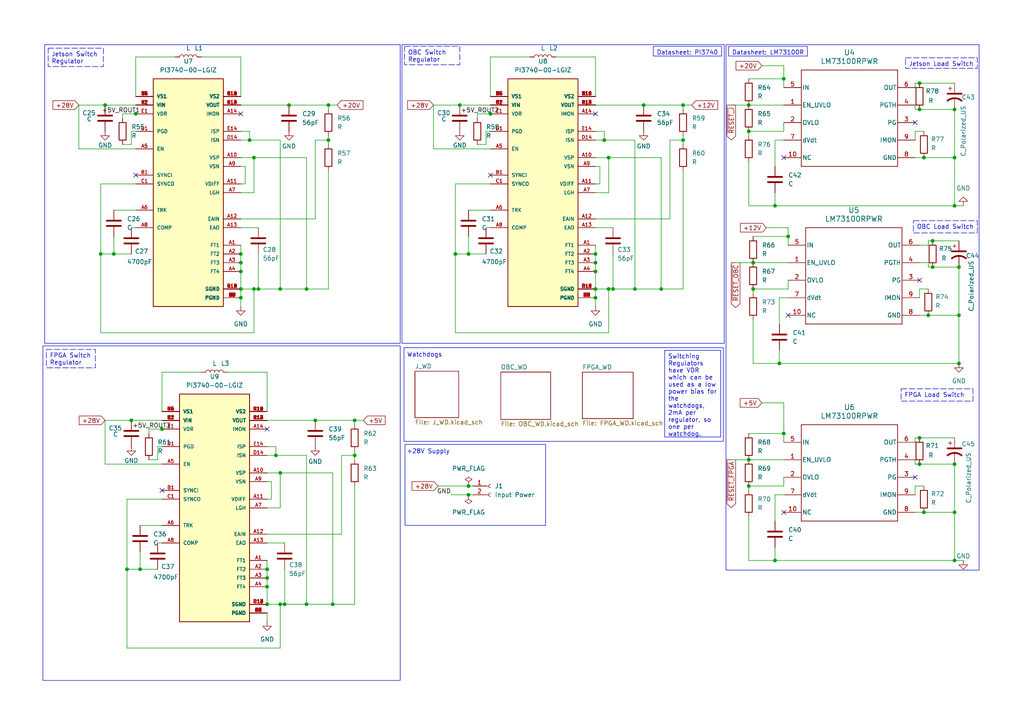
<source format=kicad_sch>
(kicad_sch (version 20231120) (generator "eeschema") (generator_version "8.0")
  (paper "A4")
  (lib_symbols
    (symbol "Connector:Conn_01x02_Socket" (pin_names (offset 1.016) hide)
      (property "Reference" "J" (at 0 2.54 0))
      (property "Value" "Conn_01x02_Socket" (at 0 -5.08 0))
      (symbol "Conn_01x02_Socket_1_1"
        (arc (start 0 -2.032) (mid -0.5058 -2.54) (end 0 -3.048) (stroke (width 0.1524)))
        (polyline (pts (xy -1.27 -2.54) (xy -0.508 -2.54)) (stroke (width 0.1524)))
        (polyline (pts (xy -1.27 0) (xy -0.508 0)) (stroke (width 0.1524)))
        (arc (start 0 0.508) (mid -0.5058 0) (end 0 -0.508) (stroke (width 0.1524)))
        (pin passive line (at -5.08 0 0) (length 3.81) (name "Pin_1") (number "1"))
        (pin passive line (at -5.08 -2.54 0) (length 3.81) (name "Pin_2") (number "2"))
      )
    )
    (symbol "Device:C" (pin_numbers hide) (pin_names (offset 0.254))
      (property "Reference" "C" (at 0.635 2.54 0))
      (property "Value" "C" (at 0.635 -2.54 0))
      (symbol "C_0_1"
        (polyline (pts (xy -2.032 -0.762) (xy 2.032 -0.762)) (stroke (width 0.508)))
        (polyline (pts (xy -2.032 0.762) (xy 2.032 0.762)) (stroke (width 0.508)))
      )
      (symbol "C_1_1"
        (pin passive line (at 0 3.81 270) (length 2.794) (name "~") (number "1"))
        (pin passive line (at 0 -3.81 90) (length 2.794) (name "~") (number "2"))
      )
    )
    (symbol "Device:C_Polarized_US" (pin_numbers hide) (pin_names (offset 0.254) hide)
      (property "Reference" "C" (at 0.635 2.54 0))
      (property "Value" "C_Polarized_US" (at 0.635 -2.54 0))
      (symbol "C_Polarized_US_0_1"
        (polyline (pts (xy -2.032 0.762) (xy 2.032 0.762)) (stroke (width 0.508)))
        (polyline (pts (xy -1.778 2.286) (xy -0.762 2.286)))
        (polyline (pts (xy -1.27 1.778) (xy -1.27 2.794)))
        (arc (start 2.032 -1.27) (mid 0 -0.5572) (end -2.032 -1.27) (stroke (width 0.508)))
      )
      (symbol "C_Polarized_US_1_1"
        (pin passive line (at 0 3.81 270) (length 2.794) (name "~") (number "1"))
        (pin passive line (at 0 -3.81 90) (length 3.302) (name "~") (number "2"))
      )
    )
    (symbol "Device:L" (pin_numbers hide) (pin_names (offset 1.016) hide)
      (property "Reference" "L" (at -1.27 0 90))
      (property "Value" "L" (at 1.905 0 90))
      (symbol "L_0_1"
        (arc (start 0 -2.54) (mid 0.6323 -1.905) (end 0 -1.27))
        (arc (start 0 -1.27) (mid 0.6323 -0.635) (end 0 0))
        (arc (start 0 0) (mid 0.6323 0.635) (end 0 1.27))
        (arc (start 0 1.27) (mid 0.6323 1.905) (end 0 2.54))
      )
      (symbol "L_1_1"
        (pin passive line (at 0 3.81 270) (length 1.27) (name "1") (number "1"))
        (pin passive line (at 0 -3.81 90) (length 1.27) (name "2") (number "2"))
      )
    )
    (symbol "Device:R" (pin_numbers hide) (pin_names (offset 0))
      (property "Reference" "R" (at 2.032 0 90))
      (property "Value" "R" (at 0 0 90))
      (symbol "R_0_1"
        (rectangle (start -1.016 -2.54) (end 1.016 2.54) (stroke (width 0.254)))
      )
      (symbol "R_1_1"
        (pin passive line (at 0 3.81 270) (length 1.27) (name "~") (number "1"))
        (pin passive line (at 0 -3.81 90) (length 1.27) (name "~") (number "2"))
      )
    )
    (symbol "Texas Instruments - LM73100RPWR:LM73100RPWR" (pin_names (offset 0.254))
      (property "Reference" "U" (at 0 2.54 0))
      (property "Value" "LM73100RPWR" (at 0 0 0))
      (symbol "LM73100RPWR_0_1"
        (polyline (pts (xy 5.08 -22.86) (xy 33.02 -22.86)) (stroke (width 0.2032)))
        (polyline (pts (xy 5.08 5.08) (xy 5.08 -22.86)) (stroke (width 0.2032)))
        (polyline (pts (xy 33.02 -22.86) (xy 33.02 5.08)) (stroke (width 0.2032)))
        (polyline (pts (xy 33.02 5.08) (xy 5.08 5.08)) (stroke (width 0.2032)))
        (pin input line (at 0 -5.08 0) (length 5.08) (name "EN_UVLO") (number "1"))
        (pin unspecified line (at 0 -20.32 0) (length 5.08) (name "NC") (number "10"))
        (pin input line (at 0 -10.16 0) (length 5.08) (name "OVLO") (number "2"))
        (pin output line (at 38.1 -10.16 180) (length 5.08) (name "PG") (number "3"))
        (pin input line (at 38.1 -5.08 180) (length 5.08) (name "PGTH") (number "4"))
        (pin power_in line (at 0 0 0) (length 5.08) (name "IN") (number "5"))
        (pin power_in line (at 38.1 0 180) (length 5.08) (name "OUT") (number "6"))
        (pin output line (at 0 -15.24 0) (length 5.08) (name "dVdt") (number "7"))
        (pin power_in line (at 38.1 -20.32 180) (length 5.08) (name "GND") (number "8"))
        (pin output line (at 38.1 -15.24 180) (length 5.08) (name "IMON") (number "9"))
      )
    )
    (symbol "VICOR - PI3740-00-LGIZ:PI3740-00-LGIZ" (pin_names (offset 1.016))
      (property "Reference" "U" (at -10.168 33.8087 0))
      (property "Value" "PI3740-00-LGIZ" (at -10.1724 -35.6035 0))
      (symbol "PI3740-00-LGIZ_0_0"
        (rectangle (start -10.16 -33.02) (end 10.16 33.02) (stroke (width 0.254)) (fill (type background)))
        (pin passive line (at 15.24 -15.24 180) (length 5.08) (name "FT1") (number "A1"))
        (pin input line (at 15.24 10.16 180) (length 5.08) (name "VSP") (number "A10"))
        (pin output line (at 15.24 2.54 180) (length 5.08) (name "VDIFF") (number "A11"))
        (pin input line (at 15.24 -7.62 180) (length 5.08) (name "EAIN") (number "A12"))
        (pin output line (at 15.24 -10.16 180) (length 5.08) (name "EAO") (number "A13"))
        (pin output line (at 15.24 22.86 180) (length 5.08) (name "IMON") (number "A14"))
        (pin passive line (at 15.24 -17.78 180) (length 5.08) (name "FT2") (number "A2"))
        (pin passive line (at 15.24 -20.32 180) (length 5.08) (name "FT3") (number "A3"))
        (pin passive line (at 15.24 -22.86 180) (length 5.08) (name "FT4") (number "A4"))
        (pin input line (at -15.24 12.7 0) (length 5.08) (name "EN") (number "A5"))
        (pin input line (at -15.24 -5.08 0) (length 5.08) (name "TRK") (number "A6"))
        (pin input line (at 15.24 0 180) (length 5.08) (name "LGH") (number "A7"))
        (pin passive line (at -15.24 -10.16 0) (length 5.08) (name "COMP") (number "A8"))
        (pin input line (at 15.24 7.62 180) (length 5.08) (name "VSN") (number "A9"))
        (pin input line (at -15.24 5.08 0) (length 5.08) (name "SYNCI") (number "B1"))
        (pin power_in line (at 15.24 -27.94 180) (length 5.08) (name "SGND") (number "B10"))
        (pin power_in line (at 15.24 -27.94 180) (length 5.08) (name "SGND") (number "B11"))
        (pin power_in line (at 15.24 -27.94 180) (length 5.08) (name "SGND") (number "B12"))
        (pin power_in line (at 15.24 -27.94 180) (length 5.08) (name "SGND") (number "B13"))
        (pin power_in line (at 15.24 -27.94 180) (length 5.08) (name "SGND") (number "B14"))
        (pin power_in line (at 15.24 -30.48 180) (length 5.08) (name "PGND") (number "B2"))
        (pin power_in line (at 15.24 -30.48 180) (length 5.08) (name "PGND") (number "B3"))
        (pin power_in line (at 15.24 -30.48 180) (length 5.08) (name "PGND") (number "B4"))
        (pin power_in line (at 15.24 -30.48 180) (length 5.08) (name "PGND") (number "B5"))
        (pin power_in line (at 15.24 -30.48 180) (length 5.08) (name "PGND") (number "B6"))
        (pin power_in line (at 15.24 -30.48 180) (length 5.08) (name "PGND") (number "B7"))
        (pin power_in line (at 15.24 -30.48 180) (length 5.08) (name "PGND") (number "B8"))
        (pin power_in line (at 15.24 -30.48 180) (length 5.08) (name "PGND") (number "B9"))
        (pin output line (at -15.24 2.54 0) (length 5.08) (name "SYNCO") (number "C1"))
        (pin power_in line (at 15.24 -27.94 180) (length 5.08) (name "SGND") (number "C10"))
        (pin power_in line (at 15.24 -27.94 180) (length 5.08) (name "SGND") (number "C11"))
        (pin power_in line (at 15.24 -27.94 180) (length 5.08) (name "SGND") (number "C12"))
        (pin power_in line (at 15.24 -30.48 180) (length 5.08) (name "PGND") (number "C2"))
        (pin power_in line (at 15.24 -30.48 180) (length 5.08) (name "PGND") (number "C3"))
        (pin power_in line (at 15.24 -30.48 180) (length 5.08) (name "PGND") (number "C4"))
        (pin power_in line (at 15.24 -30.48 180) (length 5.08) (name "PGND") (number "C5"))
        (pin power_in line (at 15.24 -30.48 180) (length 5.08) (name "PGND") (number "C6"))
        (pin power_in line (at 15.24 -30.48 180) (length 5.08) (name "PGND") (number "C7"))
        (pin power_in line (at 15.24 -30.48 180) (length 5.08) (name "PGND") (number "C8"))
        (pin power_in line (at 15.24 -30.48 180) (length 5.08) (name "PGND") (number "C9"))
        (pin input line (at -15.24 17.78 0) (length 5.08) (name "PGD") (number "D1"))
        (pin power_in line (at 15.24 -27.94 180) (length 5.08) (name "SGND") (number "D10"))
        (pin power_in line (at 15.24 -27.94 180) (length 5.08) (name "SGND") (number "D11"))
        (pin power_in line (at 15.24 -27.94 180) (length 5.08) (name "SGND") (number "D12"))
        (pin input line (at 15.24 15.24 180) (length 5.08) (name "ISN") (number "D14"))
        (pin power_in line (at 15.24 -30.48 180) (length 5.08) (name "PGND") (number "D2"))
        (pin power_in line (at 15.24 -30.48 180) (length 5.08) (name "PGND") (number "D3"))
        (pin power_in line (at 15.24 -30.48 180) (length 5.08) (name "PGND") (number "D4"))
        (pin power_in line (at 15.24 -30.48 180) (length 5.08) (name "PGND") (number "D5"))
        (pin power_in line (at 15.24 -30.48 180) (length 5.08) (name "PGND") (number "D6"))
        (pin power_in line (at 15.24 -30.48 180) (length 5.08) (name "PGND") (number "D7"))
        (pin power_in line (at 15.24 -30.48 180) (length 5.08) (name "PGND") (number "D8"))
        (pin power_in line (at 15.24 -30.48 180) (length 5.08) (name "PGND") (number "D9"))
        (pin input line (at -15.24 22.86 0) (length 5.08) (name "VDR") (number "E1"))
        (pin power_in line (at 15.24 -27.94 180) (length 5.08) (name "SGND") (number "E10"))
        (pin power_in line (at 15.24 -27.94 180) (length 5.08) (name "SGND") (number "E11"))
        (pin power_in line (at 15.24 -27.94 180) (length 5.08) (name "SGND") (number "E12"))
        (pin input line (at 15.24 17.78 180) (length 5.08) (name "ISP") (number "E14"))
        (pin power_in line (at 15.24 -30.48 180) (length 5.08) (name "PGND") (number "E2"))
        (pin power_in line (at 15.24 -30.48 180) (length 5.08) (name "PGND") (number "E3"))
        (pin power_in line (at 15.24 -30.48 180) (length 5.08) (name "PGND") (number "E4"))
        (pin power_in line (at 15.24 -30.48 180) (length 5.08) (name "PGND") (number "E5"))
        (pin power_in line (at 15.24 -30.48 180) (length 5.08) (name "PGND") (number "E6"))
        (pin power_in line (at 15.24 -30.48 180) (length 5.08) (name "PGND") (number "E7"))
        (pin power_in line (at 15.24 -30.48 180) (length 5.08) (name "PGND") (number "E8"))
        (pin power_in line (at 15.24 -30.48 180) (length 5.08) (name "PGND") (number "E9"))
        (pin power_in line (at 15.24 -30.48 180) (length 5.08) (name "PGND") (number "F7"))
        (pin power_in line (at 15.24 -30.48 180) (length 5.08) (name "PGND") (number "F8"))
        (pin input line (at -15.24 25.4 0) (length 5.08) (name "VIN") (number "G1"))
        (pin power_in line (at 15.24 27.94 180) (length 5.08) (name "VS2") (number "G10"))
        (pin power_in line (at 15.24 27.94 180) (length 5.08) (name "VS2") (number "G11"))
        (pin output line (at 15.24 25.4 180) (length 5.08) (name "VOUT") (number "G13"))
        (pin output line (at 15.24 25.4 180) (length 5.08) (name "VOUT") (number "G14"))
        (pin input line (at -15.24 25.4 0) (length 5.08) (name "VIN") (number "G2"))
        (pin input line (at -15.24 27.94 0) (length 5.08) (name "VS1") (number "G4"))
        (pin input line (at -15.24 27.94 0) (length 5.08) (name "VS1") (number "G5"))
        (pin power_in line (at 15.24 -30.48 180) (length 5.08) (name "PGND") (number "G7"))
        (pin power_in line (at 15.24 -30.48 180) (length 5.08) (name "PGND") (number "G8"))
        (pin input line (at -15.24 25.4 0) (length 5.08) (name "VIN") (number "H1"))
        (pin power_in line (at 15.24 27.94 180) (length 5.08) (name "VS2") (number "H10"))
        (pin power_in line (at 15.24 27.94 180) (length 5.08) (name "VS2") (number "H11"))
        (pin output line (at 15.24 25.4 180) (length 5.08) (name "VOUT") (number "H13"))
        (pin output line (at 15.24 25.4 180) (length 5.08) (name "VOUT") (number "H14"))
        (pin input line (at -15.24 25.4 0) (length 5.08) (name "VIN") (number "H2"))
        (pin input line (at -15.24 27.94 0) (length 5.08) (name "VS1") (number "H4"))
        (pin input line (at -15.24 27.94 0) (length 5.08) (name "VS1") (number "H5"))
        (pin power_in line (at 15.24 -30.48 180) (length 5.08) (name "PGND") (number "H7"))
        (pin power_in line (at 15.24 -30.48 180) (length 5.08) (name "PGND") (number "H8"))
        (pin input line (at -15.24 25.4 0) (length 5.08) (name "VIN") (number "J1"))
        (pin power_in line (at 15.24 27.94 180) (length 5.08) (name "VS2") (number "J10"))
        (pin power_in line (at 15.24 27.94 180) (length 5.08) (name "VS2") (number "J11"))
        (pin output line (at 15.24 25.4 180) (length 5.08) (name "VOUT") (number "J13"))
        (pin output line (at 15.24 25.4 180) (length 5.08) (name "VOUT") (number "J14"))
        (pin input line (at -15.24 25.4 0) (length 5.08) (name "VIN") (number "J2"))
        (pin input line (at -15.24 27.94 0) (length 5.08) (name "VS1") (number "J4"))
        (pin input line (at -15.24 27.94 0) (length 5.08) (name "VS1") (number "J5"))
        (pin power_in line (at 15.24 -30.48 180) (length 5.08) (name "PGND") (number "J7"))
        (pin power_in line (at 15.24 -30.48 180) (length 5.08) (name "PGND") (number "J8"))
        (pin input line (at -15.24 25.4 0) (length 5.08) (name "VIN") (number "K1"))
        (pin power_in line (at 15.24 27.94 180) (length 5.08) (name "VS2") (number "K10"))
        (pin power_in line (at 15.24 27.94 180) (length 5.08) (name "VS2") (number "K11"))
        (pin output line (at 15.24 25.4 180) (length 5.08) (name "VOUT") (number "K13"))
        (pin output line (at 15.24 25.4 180) (length 5.08) (name "VOUT") (number "K14"))
        (pin input line (at -15.24 25.4 0) (length 5.08) (name "VIN") (number "K2"))
        (pin input line (at -15.24 27.94 0) (length 5.08) (name "VS1") (number "K4"))
        (pin input line (at -15.24 27.94 0) (length 5.08) (name "VS1") (number "K5"))
        (pin power_in line (at 15.24 -30.48 180) (length 5.08) (name "PGND") (number "K7"))
        (pin power_in line (at 15.24 -30.48 180) (length 5.08) (name "PGND") (number "K8"))
      )
    )
    (symbol "power:GND" (power) (pin_numbers hide) (pin_names (offset 0) hide)
      (property "Value" "GND" (at 0 -3.81 0))
      (symbol "GND_0_1"
        (polyline (pts (xy 0 0) (xy 0 -1.27) (xy 1.27 -1.27) (xy 0 -2.54) (xy -1.27 -1.27) (xy 0 -1.27)))
      )
      (symbol "GND_1_1"
        (pin power_in line (at 0 0 270) (length 0) (name "~") (number "1"))
      )
    )
    (symbol "power:PWR_FLAG" (power) (pin_numbers hide) (pin_names (offset 0) hide)
      (property "Value" "PWR_FLAG" (at 0 3.81 0))
      (symbol "PWR_FLAG_0_0"
        (pin power_out line (at 0 0 90) (length 0) (name "~") (number "1"))
      )
      (symbol "PWR_FLAG_0_1"
        (polyline (pts (xy 0 0) (xy 0 1.27) (xy -1.016 1.905) (xy 0 2.54) (xy 1.016 1.905) (xy 0 1.27)))
      )
    )
  )
  (junction (at 69.85 83.82))
  (junction (at 217.17 133.35))
  (junction (at 266.7 134.62))
  (junction (at 226.06 105.41))
  (junction (at 77.47 167.64))
  (junction (at 142.24 33.02))
  (junction (at 96.52 175.26))
  (junction (at 278.13 105.41))
  (junction (at 91.44 121.92))
  (junction (at 267.97 148.59))
  (junction (at 276.86 148.59))
  (junction (at 175.26 40.64))
  (junction (at 172.72 76.2))
  (junction (at 81.28 83.82))
  (junction (at 266.7 24.13))
  (junction (at 269.24 91.44))
  (junction (at 276.86 162.56))
  (junction (at 83.82 30.48))
  (junction (at 38.1 121.92))
  (junction (at 176.53 83.82))
  (junction (at 95.25 30.48))
  (junction (at 77.47 170.18))
  (junction (at 278.13 77.47))
  (junction (at 172.72 83.82))
  (junction (at 276.86 31.75))
  (junction (at 276.86 59.69))
  (junction (at 77.47 175.26))
  (junction (at 270.51 69.85))
  (junction (at 46.99 124.46))
  (junction (at 69.85 78.74))
  (junction (at 69.85 73.66))
  (junction (at 172.72 86.36))
  (junction (at 102.87 121.92))
  (junction (at 30.48 30.48))
  (junction (at 227.33 125.73))
  (junction (at 217.17 30.48))
  (junction (at 276.86 45.72))
  (junction (at 82.55 175.26))
  (junction (at 198.12 30.48))
  (junction (at 228.6 68.58))
  (junction (at 102.87 132.08))
  (junction (at 172.72 73.66))
  (junction (at 266.7 31.75))
  (junction (at 69.85 86.36))
  (junction (at 95.25 40.64))
  (junction (at 72.39 40.64))
  (junction (at 177.8 83.82))
  (junction (at 133.35 30.48))
  (junction (at 36.83 165.1))
  (junction (at 217.17 140.97))
  (junction (at 40.64 165.1))
  (junction (at 218.44 76.2))
  (junction (at 227.33 22.86))
  (junction (at 186.69 30.48))
  (junction (at 217.17 38.1))
  (junction (at 218.44 83.82))
  (junction (at 266.7 127))
  (junction (at 176.53 45.72))
  (junction (at 81.28 175.26))
  (junction (at 69.85 76.2))
  (junction (at 135.89 143.51))
  (junction (at 191.77 83.82))
  (junction (at 224.79 59.69))
  (junction (at 278.13 91.44))
  (junction (at 73.66 45.72))
  (junction (at 172.72 78.74))
  (junction (at 184.15 83.82))
  (junction (at 80.01 132.08))
  (junction (at 29.21 73.66))
  (junction (at 81.28 137.16))
  (junction (at 74.93 83.82))
  (junction (at 39.37 33.02))
  (junction (at 224.79 162.56))
  (junction (at 33.02 73.66))
  (junction (at 88.9 175.26))
  (junction (at 270.51 77.47))
  (junction (at 77.47 165.1))
  (junction (at 267.97 45.72))
  (junction (at 132.08 73.66))
  (junction (at 276.86 134.62))
  (junction (at 198.12 40.64))
  (junction (at 135.89 140.97))
  (junction (at 73.66 83.82))
  (junction (at 88.9 83.82))
  (junction (at 135.89 73.66))
  (no_connect (at 77.47 124.46))
  (no_connect (at 227.33 148.59))
  (no_connect (at 39.37 50.8))
  (no_connect (at 266.7 81.28))
  (no_connect (at 172.72 33.02))
  (no_connect (at 265.43 35.56))
  (no_connect (at 265.43 138.43))
  (no_connect (at 46.99 142.24))
  (no_connect (at 69.85 33.02))
  (no_connect (at 142.24 50.8))
  (no_connect (at 227.33 45.72))
  (no_connect (at 228.6 91.44))
  (wire (pts (xy 276.86 162.56) (xy 276.86 148.59)))
  (wire (pts (xy 82.55 165.1) (xy 82.55 175.26)))
  (wire (pts (xy 220.98 116.84) (xy 227.33 116.84)))
  (wire (pts (xy 29.21 73.66) (xy 29.21 96.52)))
  (wire (pts (xy 173.99 53.34) (xy 172.72 53.34)))
  (wire (pts (xy 217.17 38.1) (xy 227.33 38.1)))
  (wire (pts (xy 228.6 86.36) (xy 226.06 86.36)))
  (wire (pts (xy 50.8 16.51) (xy 39.37 16.51)))
  (wire (pts (xy 217.17 22.86) (xy 227.33 22.86)))
  (wire (pts (xy 218.44 76.2) (xy 228.6 76.2)))
  (wire (pts (xy 184.15 83.82) (xy 191.77 83.82)))
  (wire (pts (xy 224.79 40.64) (xy 224.79 48.26)))
  (wire (pts (xy 74.93 83.82) (xy 81.28 83.82)))
  (wire (pts (xy 29.21 53.34) (xy 39.37 53.34)))
  (wire (pts (xy 96.52 137.16) (xy 96.52 175.26)))
  (wire (pts (xy 266.7 91.44) (xy 269.24 91.44)))
  (wire (pts (xy 269.24 76.2) (xy 269.24 77.47)))
  (wire (pts (xy 266.7 127) (xy 276.86 127)))
  (wire (pts (xy 77.47 177.8) (xy 77.47 180.34)))
  (wire (pts (xy 77.47 157.48) (xy 82.55 157.48)))
  (wire (pts (xy 266.7 24.13) (xy 265.43 24.13)))
  (wire (pts (xy 172.72 71.12) (xy 172.72 73.66)))
  (wire (pts (xy 217.17 30.48) (xy 227.33 30.48)))
  (wire (pts (xy 36.83 144.78) (xy 46.99 144.78)))
  (wire (pts (xy 36.83 187.96) (xy 81.28 187.96)))
  (wire (pts (xy 217.17 162.56) (xy 224.79 162.56)))
  (wire (pts (xy 69.85 66.04) (xy 74.93 66.04)))
  (wire (pts (xy 77.47 170.18) (xy 77.47 175.26)))
  (wire (pts (xy 227.33 38.1) (xy 227.33 35.56)))
  (wire (pts (xy 177.8 83.82) (xy 184.15 83.82)))
  (wire (pts (xy 80.01 132.08) (xy 77.47 132.08)))
  (wire (pts (xy 186.69 30.48) (xy 198.12 30.48)))
  (wire (pts (xy 212.09 133.35) (xy 217.17 133.35)))
  (wire (pts (xy 224.79 162.56) (xy 224.79 158.75)))
  (wire (pts (xy 172.72 30.48) (xy 186.69 30.48)))
  (wire (pts (xy 228.6 68.58) (xy 228.6 71.12)))
  (wire (pts (xy 73.66 83.82) (xy 69.85 83.82)))
  (wire (pts (xy 77.47 147.32) (xy 81.28 147.32)))
  (wire (pts (xy 69.85 73.66) (xy 69.85 76.2)))
  (wire (pts (xy 138.43 33.02) (xy 142.24 33.02)))
  (wire (pts (xy 279.4 162.56) (xy 276.86 162.56)))
  (wire (pts (xy 222.25 66.04) (xy 228.6 66.04)))
  (wire (pts (xy 267.97 38.1) (xy 265.43 38.1)))
  (wire (pts (xy 77.47 121.92) (xy 91.44 121.92)))
  (wire (pts (xy 270.51 69.85) (xy 269.24 69.85)))
  (wire (pts (xy 73.66 45.72) (xy 88.9 45.72)))
  (wire (pts (xy 102.87 132.08) (xy 99.06 132.08)))
  (wire (pts (xy 217.17 46.99) (xy 217.17 59.69)))
  (wire (pts (xy 77.47 129.54) (xy 80.01 129.54)))
  (wire (pts (xy 132.08 96.52) (xy 176.53 96.52)))
  (wire (pts (xy 45.72 129.54) (xy 46.99 129.54)))
  (wire (pts (xy 276.86 134.62) (xy 276.86 148.59)))
  (wire (pts (xy 22.86 43.18) (xy 22.86 30.48)))
  (wire (pts (xy 30.48 30.48) (xy 39.37 30.48)))
  (wire (pts (xy 38.1 121.92) (xy 46.99 121.92)))
  (wire (pts (xy 218.44 83.82) (xy 228.6 83.82)))
  (wire (pts (xy 227.33 19.05) (xy 227.33 22.86)))
  (wire (pts (xy 69.85 45.72) (xy 73.66 45.72)))
  (wire (pts (xy 73.66 96.52) (xy 73.66 83.82)))
  (wire (pts (xy 184.15 40.64) (xy 184.15 83.82)))
  (wire (pts (xy 102.87 121.92) (xy 105.41 121.92)))
  (wire (pts (xy 198.12 30.48) (xy 198.12 31.75)))
  (wire (pts (xy 194.31 63.5) (xy 172.72 63.5)))
  (wire (pts (xy 278.13 77.47) (xy 278.13 91.44)))
  (wire (pts (xy 227.33 125.73) (xy 227.33 128.27)))
  (wire (pts (xy 175.26 40.64) (xy 172.72 40.64)))
  (wire (pts (xy 269.24 77.47) (xy 270.51 77.47)))
  (wire (pts (xy 72.39 40.64) (xy 81.28 40.64)))
  (wire (pts (xy 228.6 66.04) (xy 228.6 68.58)))
  (wire (pts (xy 270.51 69.85) (xy 278.13 69.85)))
  (wire (pts (xy 88.9 132.08) (xy 88.9 175.26)))
  (wire (pts (xy 66.04 107.95) (xy 77.47 107.95)))
  (wire (pts (xy 91.44 40.64) (xy 91.44 63.5)))
  (wire (pts (xy 279.4 59.69) (xy 276.86 59.69)))
  (wire (pts (xy 175.26 40.64) (xy 184.15 40.64)))
  (wire (pts (xy 228.6 83.82) (xy 228.6 81.28)))
  (wire (pts (xy 172.72 78.74) (xy 172.72 83.82)))
  (wire (pts (xy 265.43 134.62) (xy 266.7 134.62)))
  (wire (pts (xy 83.82 30.48) (xy 95.25 30.48)))
  (wire (pts (xy 74.93 73.66) (xy 74.93 83.82)))
  (wire (pts (xy 69.85 71.12) (xy 69.85 73.66)))
  (wire (pts (xy 217.17 125.73) (xy 227.33 125.73)))
  (wire (pts (xy 72.39 40.64) (xy 69.85 40.64)))
  (wire (pts (xy 88.9 45.72) (xy 88.9 83.82)))
  (wire (pts (xy 227.33 140.97) (xy 227.33 138.43)))
  (wire (pts (xy 220.98 19.05) (xy 227.33 19.05)))
  (wire (pts (xy 81.28 175.26) (xy 77.47 175.26)))
  (wire (pts (xy 227.33 22.86) (xy 227.33 25.4)))
  (wire (pts (xy 33.02 68.58) (xy 33.02 73.66)))
  (wire (pts (xy 172.72 86.36) (xy 172.72 88.9)))
  (wire (pts (xy 217.17 133.35) (xy 227.33 133.35)))
  (wire (pts (xy 46.99 134.62) (xy 30.48 134.62)))
  (wire (pts (xy 176.53 55.88) (xy 176.53 45.72)))
  (wire (pts (xy 266.7 83.82) (xy 266.7 86.36)))
  (wire (pts (xy 91.44 63.5) (xy 69.85 63.5)))
  (wire (pts (xy 198.12 40.64) (xy 194.31 40.64)))
  (wire (pts (xy 135.89 143.51) (xy 137.16 143.51)))
  (wire (pts (xy 269.24 83.82) (xy 266.7 83.82)))
  (wire (pts (xy 140.97 41.91) (xy 140.97 38.1)))
  (wire (pts (xy 224.79 143.51) (xy 224.79 151.13)))
  (wire (pts (xy 80.01 132.08) (xy 88.9 132.08)))
  (wire (pts (xy 218.44 68.58) (xy 228.6 68.58)))
  (wire (pts (xy 81.28 137.16) (xy 96.52 137.16)))
  (wire (pts (xy 95.25 83.82) (xy 95.25 49.53)))
  (wire (pts (xy 153.67 16.51) (xy 142.24 16.51)))
  (wire (pts (xy 269.24 71.12) (xy 266.7 71.12)))
  (wire (pts (xy 91.44 121.92) (xy 102.87 121.92)))
  (wire (pts (xy 138.43 33.02) (xy 138.43 34.29)))
  (wire (pts (xy 265.43 140.97) (xy 265.43 143.51)))
  (wire (pts (xy 175.26 38.1) (xy 175.26 40.64)))
  (wire (pts (xy 40.64 160.02) (xy 40.64 165.1)))
  (wire (pts (xy 172.72 38.1) (xy 175.26 38.1)))
  (wire (pts (xy 266.7 31.75) (xy 276.86 31.75)))
  (wire (pts (xy 77.47 165.1) (xy 77.47 167.64)))
  (wire (pts (xy 140.97 66.04) (xy 142.24 66.04)))
  (wire (pts (xy 265.43 30.48) (xy 265.43 31.75)))
  (wire (pts (xy 39.37 16.51) (xy 39.37 27.94)))
  (wire (pts (xy 172.72 45.72) (xy 176.53 45.72)))
  (wire (pts (xy 30.48 121.92) (xy 38.1 121.92)))
  (wire (pts (xy 265.43 45.72) (xy 267.97 45.72)))
  (wire (pts (xy 69.85 48.26) (xy 71.12 48.26)))
  (wire (pts (xy 95.25 40.64) (xy 95.25 41.91)))
  (wire (pts (xy 269.24 76.2) (xy 266.7 76.2)))
  (wire (pts (xy 212.09 30.48) (xy 217.17 30.48)))
  (wire (pts (xy 78.74 144.78) (xy 77.47 144.78)))
  (wire (pts (xy 267.97 148.59) (xy 276.86 148.59)))
  (wire (pts (xy 227.33 143.51) (xy 224.79 143.51)))
  (wire (pts (xy 73.66 55.88) (xy 73.66 45.72)))
  (wire (pts (xy 40.64 165.1) (xy 45.72 165.1)))
  (wire (pts (xy 81.28 40.64) (xy 81.28 83.82)))
  (wire (pts (xy 130.81 143.51) (xy 135.89 143.51)))
  (wire (pts (xy 218.44 92.71) (xy 218.44 105.41)))
  (wire (pts (xy 276.86 59.69) (xy 276.86 45.72)))
  (wire (pts (xy 38.1 41.91) (xy 38.1 38.1)))
  (wire (pts (xy 267.97 45.72) (xy 276.86 45.72)))
  (wire (pts (xy 177.8 73.66) (xy 177.8 83.82)))
  (wire (pts (xy 227.33 40.64) (xy 224.79 40.64)))
  (wire (pts (xy 36.83 144.78) (xy 36.83 165.1)))
  (wire (pts (xy 69.85 78.74) (xy 69.85 83.82)))
  (wire (pts (xy 198.12 30.48) (xy 200.66 30.48)))
  (wire (pts (xy 35.56 33.02) (xy 35.56 34.29)))
  (wire (pts (xy 69.85 76.2) (xy 69.85 78.74)))
  (wire (pts (xy 29.21 73.66) (xy 33.02 73.66)))
  (wire (pts (xy 173.99 48.26) (xy 173.99 53.34)))
  (wire (pts (xy 135.89 140.97) (xy 137.16 140.97)))
  (wire (pts (xy 135.89 60.96) (xy 142.24 60.96)))
  (wire (pts (xy 132.08 73.66) (xy 132.08 96.52)))
  (wire (pts (xy 78.74 139.7) (xy 78.74 144.78)))
  (wire (pts (xy 33.02 60.96) (xy 39.37 60.96)))
  (wire (pts (xy 36.83 165.1) (xy 36.83 187.96)))
  (wire (pts (xy 69.85 38.1) (xy 72.39 38.1)))
  (wire (pts (xy 217.17 140.97) (xy 227.33 140.97)))
  (wire (pts (xy 198.12 39.37) (xy 198.12 40.64)))
  (wire (pts (xy 43.18 124.46) (xy 46.99 124.46)))
  (wire (pts (xy 69.85 55.88) (xy 73.66 55.88)))
  (wire (pts (xy 265.43 31.75) (xy 266.7 31.75)))
  (wire (pts (xy 133.35 30.48) (xy 142.24 30.48)))
  (wire (pts (xy 135.89 73.66) (xy 140.97 73.66)))
  (wire (pts (xy 88.9 175.26) (xy 96.52 175.26)))
  (wire (pts (xy 267.97 140.97) (xy 265.43 140.97)))
  (wire (pts (xy 39.37 43.18) (xy 22.86 43.18)))
  (wire (pts (xy 269.24 69.85) (xy 269.24 71.12)))
  (wire (pts (xy 81.28 187.96) (xy 81.28 175.26)))
  (wire (pts (xy 194.31 40.64) (xy 194.31 63.5)))
  (wire (pts (xy 77.47 162.56) (xy 77.47 165.1)))
  (wire (pts (xy 43.18 133.35) (xy 45.72 133.35)))
  (wire (pts (xy 38.1 38.1) (xy 39.37 38.1)))
  (wire (pts (xy 265.43 127) (xy 265.43 128.27)))
  (wire (pts (xy 191.77 45.72) (xy 191.77 83.82)))
  (wire (pts (xy 265.43 148.59) (xy 267.97 148.59)))
  (wire (pts (xy 217.17 140.97) (xy 217.17 142.24)))
  (wire (pts (xy 278.13 105.41) (xy 278.13 91.44)))
  (wire (pts (xy 132.08 53.34) (xy 132.08 73.66)))
  (wire (pts (xy 176.53 96.52) (xy 176.53 83.82)))
  (wire (pts (xy 176.53 45.72) (xy 191.77 45.72)))
  (wire (pts (xy 172.72 16.51) (xy 172.72 27.94)))
  (wire (pts (xy 265.43 38.1) (xy 265.43 40.64)))
  (wire (pts (xy 72.39 38.1) (xy 72.39 40.64)))
  (wire (pts (xy 172.72 73.66) (xy 172.72 76.2)))
  (wire (pts (xy 176.53 83.82) (xy 172.72 83.82)))
  (wire (pts (xy 82.55 175.26) (xy 81.28 175.26)))
  (wire (pts (xy 29.21 96.52) (xy 73.66 96.52)))
  (wire (pts (xy 35.56 33.02) (xy 39.37 33.02)))
  (wire (pts (xy 266.7 24.13) (xy 276.86 24.13)))
  (wire (pts (xy 172.72 83.82) (xy 172.72 86.36)))
  (wire (pts (xy 22.86 30.48) (xy 30.48 30.48)))
  (wire (pts (xy 217.17 38.1) (xy 217.17 39.37)))
  (wire (pts (xy 125.73 30.48) (xy 133.35 30.48)))
  (wire (pts (xy 125.73 43.18) (xy 125.73 30.48)))
  (wire (pts (xy 142.24 33.02) (xy 144.78 33.02)))
  (wire (pts (xy 224.79 59.69) (xy 276.86 59.69)))
  (wire (pts (xy 172.72 55.88) (xy 176.53 55.88)))
  (wire (pts (xy 217.17 59.69) (xy 224.79 59.69)))
  (wire (pts (xy 276.86 31.75) (xy 276.86 45.72)))
  (wire (pts (xy 270.51 77.47) (xy 278.13 77.47)))
  (wire (pts (xy 217.17 149.86) (xy 217.17 162.56)))
  (wire (pts (xy 142.24 16.51) (xy 142.24 27.94)))
  (wire (pts (xy 29.21 53.34) (xy 29.21 73.66)))
  (wire (pts (xy 69.85 16.51) (xy 69.85 27.94)))
  (wire (pts (xy 88.9 83.82) (xy 95.25 83.82)))
  (wire (pts (xy 142.24 43.18) (xy 125.73 43.18)))
  (wire (pts (xy 226.06 105.41) (xy 278.13 105.41)))
  (wire (pts (xy 43.18 124.46) (xy 43.18 125.73)))
  (wire (pts (xy 102.87 121.92) (xy 102.87 123.19)))
  (wire (pts (xy 71.12 53.34) (xy 69.85 53.34)))
  (wire (pts (xy 127 140.97) (xy 135.89 140.97)))
  (wire (pts (xy 77.47 167.64) (xy 77.47 170.18)))
  (wire (pts (xy 77.47 139.7) (xy 78.74 139.7)))
  (wire (pts (xy 99.06 132.08) (xy 99.06 154.94)))
  (wire (pts (xy 69.85 86.36) (xy 69.85 88.9)))
  (wire (pts (xy 226.06 105.41) (xy 226.06 101.6)))
  (wire (pts (xy 95.25 40.64) (xy 91.44 40.64)))
  (wire (pts (xy 81.28 83.82) (xy 88.9 83.82)))
  (wire (pts (xy 95.25 39.37) (xy 95.25 40.64)))
  (wire (pts (xy 81.28 147.32) (xy 81.28 137.16)))
  (wire (pts (xy 102.87 132.08) (xy 102.87 133.35)))
  (wire (pts (xy 95.25 30.48) (xy 95.25 31.75)))
  (wire (pts (xy 140.97 38.1) (xy 142.24 38.1)))
  (wire (pts (xy 102.87 130.81) (xy 102.87 132.08)))
  (wire (pts (xy 95.25 30.48) (xy 97.79 30.48)))
  (wire (pts (xy 172.72 66.04) (xy 177.8 66.04)))
  (wire (pts (xy 172.72 48.26) (xy 173.99 48.26)))
  (wire (pts (xy 80.01 129.54) (xy 80.01 132.08)))
  (wire (pts (xy 191.77 83.82) (xy 198.12 83.82)))
  (wire (pts (xy 198.12 83.82) (xy 198.12 49.53)))
  (wire (pts (xy 96.52 175.26) (xy 102.87 175.26)))
  (wire (pts (xy 71.12 48.26) (xy 71.12 53.34)))
  (wire (pts (xy 226.06 86.36) (xy 226.06 93.98)))
  (wire (pts (xy 77.47 107.95) (xy 77.47 119.38)))
  (wire (pts (xy 99.06 154.94) (xy 77.47 154.94)))
  (wire (pts (xy 265.43 133.35) (xy 265.43 134.62)))
  (wire (pts (xy 132.08 73.66) (xy 135.89 73.66)))
  (wire (pts (xy 36.83 165.1) (xy 40.64 165.1)))
  (wire (pts (xy 45.72 133.35) (xy 45.72 129.54)))
  (wire (pts (xy 213.36 76.2) (xy 218.44 76.2)))
  (wire (pts (xy 172.72 76.2) (xy 172.72 78.74)))
  (wire (pts (xy 269.24 91.44) (xy 278.13 91.44)))
  (wire (pts (xy 224.79 59.69) (xy 224.79 55.88)))
  (wire (pts (xy 161.29 16.51) (xy 172.72 16.51)))
  (wire (pts (xy 177.8 83.82) (xy 176.53 83.82)))
  (wire (pts (xy 135.89 68.58) (xy 135.89 73.66)))
  (wire (pts (xy 69.85 30.48) (xy 83.82 30.48)))
  (wire (pts (xy 33.02 73.66) (xy 38.1 73.66)))
  (wire (pts (xy 58.42 16.51) (xy 69.85 16.51)))
  (wire (pts (xy 198.12 40.64) (xy 198.12 41.91)))
  (wire (pts (xy 39.37 33.02) (xy 40.64 33.02)))
  (wire (pts (xy 49.53 124.46) (xy 46.99 124.46)))
  (wire (pts (xy 35.56 41.91) (xy 38.1 41.91)))
  (wire (pts (xy 82.55 175.26) (xy 88.9 175.26)))
  (wire (pts (xy 77.47 137.16) (xy 81.28 137.16)))
  (wire (pts (xy 69.85 83.82) (xy 69.85 86.36)))
  (wire (pts (xy 132.08 53.34) (xy 142.24 53.34)))
  (wire (pts (xy 266.7 134.62) (xy 276.86 134.62)))
  (wire (pts (xy 227.33 116.84) (xy 227.33 125.73)))
  (wire (pts (xy 218.44 83.82) (xy 218.44 85.09)))
  (wire (pts (xy 46.99 107.95) (xy 46.99 119.38)))
  (wire (pts (xy 38.1 66.04) (xy 39.37 66.04)))
  (wire (pts (xy 266.7 127) (xy 265.43 127)))
  (wire (pts (xy 218.44 105.41) (xy 226.06 105.41)))
  (wire (pts (xy 45.72 157.48) (xy 46.99 157.48)))
  (wire (pts (xy 138.43 41.91) (xy 140.97 41.91)))
  (wire (pts (xy 30.48 134.62) (xy 30.48 121.92)))
  (wire (pts (xy 74.93 83.82) (xy 73.66 83.82)))
  (wire (pts (xy 224.79 162.56) (xy 276.86 162.56)))
  (wire (pts (xy 40.64 152.4) (xy 46.99 152.4)))
  (wire (pts (xy 265.43 24.13) (xy 265.43 25.4)))
  (wire (pts (xy 102.87 175.26) (xy 102.87 140.97)))
  (wire (pts (xy 58.42 107.95) (xy 46.99 107.95)))
  (rectangle (start 12.954 12.954) (end 116.078 99.568))
  (rectangle (start 210.566 12.954) (end 283.972 165.354))
  (rectangle (start 116.586 12.954) (end 210.058 99.568))
  (rectangle (start 12.446 100.33) (end 116.078 197.358))
  (rectangle (start 117.475 128.905) (end 158.242 152.4))
  (rectangle (start 117.1788 100.849) (end 209.804 128.016))
  (text_box "Datasheet: LM73100R\n" (at 211.328 13.462 0) (size 22.86 2.794) (effects (font (size 1.27 1.27)) (justify left top)))
  (text_box "OBC Load Switch\n" (at 264.922 64.008 0) (size 18.542 3.556) (stroke (width 0) (type dash)) (effects (font (size 1.27 1.27)) (justify left top)))
  (text_box "Jetson Switch Regulator\n" (at 13.97 13.97 0) (size 16.002 5.334) (stroke (width 0) (type dash)) (effects (font (size 1.27 1.27)) (justify left top)))
  (text_box "Figure out the individual parameters for each load switch from the watch dogs\n" (at 302.006 8.128 0) (size 25.654 26.416) (effects (font (size 1.27 1.27)) (justify left top)))
  (text_box "Datasheet: PI3740" (at 189.484 13.462 0) (size 19.812 2.794) (effects (font (size 1.27 1.27)) (justify left top)))
  (text_box "Jetson Load Switch" (at 262.636 16.764 0) (size 20.828 3.048) (stroke (width 0) (type dash)) (effects (font (size 1.27 1.27)) (justify left top)))
  (text_box "OBC Switch Regulator" (at 117.348 13.462 0) (size 16.002 5.334) (stroke (width 0) (type dash)) (effects (font (size 1.27 1.27)) (justify left top)))
  (text_box "FPGA Load Switch\n" (at 261.366 112.776 0) (size 20.828 3.556) (stroke (width 0) (type dash)) (effects (font (size 1.27 1.27)) (justify left top)))
  (text_box "Switching Regulators have VDR which can be used as a low power bias for the watchdogs, 2mA per regulator, so one per watchdog." (at 192.786 101.6 0) (size 16.256 25.146) (effects (font (size 1.27 1.27)) (justify left top)))
  (text_box "FPGA Switch Regulator\n" (at 13.462 101.346 0) (size 14.224 5.334) (stroke (width 0) (type dash)) (effects (font (size 1.27 1.27)) (justify left top)))
  (text "+28V Supply\n" (at 124.206 131.064 0) (effects (font (size 1.27 1.27))))
  (text "Watchdogs\n" (at 123.1478 103.008 0) (effects (font (size 1.27 1.27))))
  (label "+5V_ROUT2" (at 144.78 33.02 180))
  (label "+5V_ROUT1" (at 40.64 33.02 180))
  (label "+5V_ROUT3" (at 49.53 124.46 180))
  (label "GND" (at 130.81 143.51 180))
  (global_label "+5V" (shape input) (at 220.98 116.84 180) (property "Intersheetrefs" "${INTERSHEET_REFS}" (effects (hide yes))))
  (global_label "+12V" (shape input) (at 200.66 30.48 0) (property "Intersheetrefs" "${INTERSHEET_REFS}" (effects (hide yes))))
  (global_label "~{RESET_OBC}" (shape output) (at 213.36 76.2 270) (property "Intersheetrefs" "${INTERSHEET_REFS}" (effects (hide yes))))
  (global_label "+28V" (shape input) (at 30.48 121.92 180) (property "Intersheetrefs" "${INTERSHEET_REFS}" (effects (hide yes))))
  (global_label "+20V" (shape input) (at 97.79 30.48 0) (property "Intersheetrefs" "${INTERSHEET_REFS}" (effects (hide yes))))
  (global_label "~{RESET_J}" (shape output) (at 212.09 30.48 270) (property "Intersheetrefs" "${INTERSHEET_REFS}" (effects (hide yes))))
  (global_label "+28V" (shape input) (at 127 140.97 180) (property "Intersheetrefs" "${INTERSHEET_REFS}" (effects (hide yes))))
  (global_label "+5V" (shape input) (at 105.41 121.92 0) (property "Intersheetrefs" "${INTERSHEET_REFS}" (effects (hide yes))))
  (global_label "+20V" (shape input) (at 220.98 19.05 180) (property "Intersheetrefs" "${INTERSHEET_REFS}" (effects (hide yes))))
  (global_label "+28V" (shape input) (at 22.86 30.48 180) (property "Intersheetrefs" "${INTERSHEET_REFS}" (effects (hide yes))))
  (global_label "~{RESET_FPGA}" (shape output) (at 212.09 133.35 270) (property "Intersheetrefs" "${INTERSHEET_REFS}" (effects (hide yes))))
  (global_label "+28V" (shape input) (at 125.73 30.48 180) (property "Intersheetrefs" "${INTERSHEET_REFS}" (effects (hide yes))))
  (global_label "+12V" (shape input) (at 222.25 66.04 180) (property "Intersheetrefs" "${INTERSHEET_REFS}" (effects (hide yes))))
  (symbol (lib_id "Device:R") (at 270.51 73.66 0) (unit 1)
    (property "Reference" "R75" (at 272.288 72.136 0) (effects (justify left)))
    (property "Value" "R" (at 273.05 74.9299 0) (effects (justify left)))
    (property "Description" "Resistor" (effects (hide yes)))
  )
  (symbol (lib_id "Device:R") (at 217.17 34.29 0) (unit 1)
    (property "Reference" "R65" (at 219.71 33.0199 0) (effects (justify left)))
    (property "Value" "R" (at 219.71 35.5599 0) (effects (justify left)))
    (property "Description" "Resistor" (effects (hide yes)))
  )
  (symbol (lib_id "Texas Instruments - LM73100RPWR:LM73100RPWR") (at 228.6 71.12 0) (unit 1)
    (property "Reference" "U5" (at 247.65 60.96 0) (effects (font (size 1.524 1.524))))
    (property "Value" "LM73100RPWR" (at 247.65 63.5 0) (effects (font (size 1.524 1.524))))
    (property "Footprint" "RPW0010A-MFG" (effects (hide yes)))
    (property "Datasheet" "LM73100RPWR" (effects (hide yes)))
  )
  (symbol (lib_id "Device:R") (at 95.25 45.72 0) (unit 1)
    (property "Reference" "R57" (at 97.79 44.4499 0) (effects (justify left)))
    (property "Value" "R" (at 97.79 46.9899 0) (effects (justify left)))
    (property "Description" "Resistor" (effects (hide yes)))
  )
  (symbol (lib_id "power:GND") (at 83.82 38.1 0) (unit 1)
    (property "Reference" "#PWR048" (effects (hide yes)))
    (property "Value" "GND" (at 83.82 42.418 0))
    (property "Description" "Power symbol creates a global label with name \"GND\" , ground" (effects (hide yes)))
  )
  (symbol (lib_id "Device:C_Polarized_US") (at 278.13 73.66 0) (unit 1)
    (property "Reference" "C44" (at 280.162 74.168 0) (effects (justify left)))
    (property "Value" "C_Polarized_US" (at 281.686 90.424 90) (effects (justify left)))
    (property "Description" "Polarized capacitor, US symbol" (effects (hide yes)))
  )
  (symbol (lib_id "Device:C") (at 33.02 64.77 0) (unit 1)
    (property "Reference" "C26" (at 36.83 63.4999 0) (effects (justify left)))
    (property "Value" "C" (at 36.83 66.0399 0) (effects (justify left)))
    (property "Description" "Unpolarized capacitor" (effects (hide yes)))
  )
  (symbol (lib_id "Device:R") (at 35.56 38.1 0) (unit 1)
    (property "Reference" "R55" (at 38.1 36.8299 0) (effects (justify left)))
    (property "Value" "R" (at 38.1 39.3699 0) (effects (justify left)))
    (property "Description" "Resistor" (effects (hide yes)))
  )
  (symbol (lib_id "Device:R") (at 266.7 130.81 0) (unit 1)
    (property "Reference" "R71" (at 268.478 129.286 0) (effects (justify left)))
    (property "Value" "R" (at 269.24 132.0799 0) (effects (justify left)))
    (property "Description" "Resistor" (effects (hide yes)))
  )
  (symbol (lib_id "VICOR - PI3740-00-LGIZ:PI3740-00-LGIZ") (at 54.61 55.88 0) (unit 1)
    (property "Reference" "U7" (at 54.61 17.78 0))
    (property "Value" "PI3740-00-LGIZ" (at 54.61 20.32 0))
    (property "Footprint" "EPS Footprints:LGA108S100P10X14_1000X1400X263N" (effects (hide yes)))
    (property "MF" "Vicor Corporation" (effects (hide yes)))
    (property "Description_1" "\n                        \n                            Buck-Boost Switching Regulator IC Positive Adjustable (Fixed) 10V (12V) 1 Output 7.42A 108-BLGA Module\n                        \n" (effects (hide yes)))
    (property "Package" "BLGA-108 Vicor" (effects (hide yes)))
    (property "Price" "None" (effects (hide yes)))
    (property "Check_prices" "https://www.snapeda.com/parts/PI3740-00-LGIZ/Vicor+Corporation/view-part/?ref=eda" (effects (hide yes)))
    (property "STANDARD" "Manufacturer Recommendation" (effects (hide yes)))
    (property "PARTREV" "1.9" (effects (hide yes)))
    (property "SnapEDA_Link" "https://www.snapeda.com/parts/PI3740-00-LGIZ/Vicor+Corporation/view-part/?ref=snap" (effects (hide yes)))
    (property "MP" "PI3740-00-LGIZ" (effects (hide yes)))
    (property "Availability" "In Stock" (effects (hide yes)))
    (property "MANUFACTURER" "VICOR" (effects (hide yes)))
  )
  (symbol (lib_id "Device:C") (at 224.79 52.07 0) (unit 1)
    (property "Reference" "C42" (at 228.6 50.7999 0) (effects (justify left)))
    (property "Value" "C" (at 228.6 53.3399 0) (effects (justify left)))
    (property "Description" "Unpolarized capacitor" (effects (hide yes)))
  )
  (symbol (lib_id "power:GND") (at 91.44 129.54 0) (unit 1)
    (property "Reference" "#PWR054" (effects (hide yes)))
    (property "Value" "GND" (at 91.44 133.858 0))
    (property "Description" "Power symbol creates a global label with name \"GND\" , ground" (effects (hide yes)))
  )
  (symbol (lib_id "Device:C") (at 38.1 125.73 0) (unit 1)
    (property "Reference" "C35" (at 31.496 124.206 0) (effects (justify left)))
    (property "Value" "C" (at 32.766 125.984 0) (effects (justify left)))
    (property "Description" "Unpolarized capacitor" (effects (hide yes)))
  )
  (symbol (lib_id "VICOR - PI3740-00-LGIZ:PI3740-00-LGIZ") (at 62.23 147.32 0) (unit 1)
    (property "Reference" "U9" (at 62.23 109.22 0))
    (property "Value" "PI3740-00-LGIZ" (at 62.23 111.76 0))
    (property "Footprint" "EPS Footprints:LGA108S100P10X14_1000X1400X263N" (effects (hide yes)))
    (property "MF" "Vicor Corporation" (effects (hide yes)))
    (property "Description_1" "\n                        \n                            Buck-Boost Switching Regulator IC Positive Adjustable (Fixed) 10V (12V) 1 Output 7.42A 108-BLGA Module\n                        \n" (effects (hide yes)))
    (property "Package" "BLGA-108 Vicor" (effects (hide yes)))
    (property "Price" "None" (effects (hide yes)))
    (property "Check_prices" "https://www.snapeda.com/parts/PI3740-00-LGIZ/Vicor+Corporation/view-part/?ref=eda" (effects (hide yes)))
    (property "STANDARD" "Manufacturer Recommendation" (effects (hide yes)))
    (property "PARTREV" "1.9" (effects (hide yes)))
    (property "SnapEDA_Link" "https://www.snapeda.com/parts/PI3740-00-LGIZ/Vicor+Corporation/view-part/?ref=snap" (effects (hide yes)))
    (property "MP" "PI3740-00-LGIZ" (effects (hide yes)))
    (property "Availability" "In Stock" (effects (hide yes)))
    (property "MANUFACTURER" "VICOR" (effects (hide yes)))
  )
  (symbol (lib_id "Device:L") (at 62.23 107.95 90) (unit 1)
    (property "Reference" "L3" (at 65.278 105.41 90))
    (property "Value" "L" (at 62.23 105.41 90))
    (property "Description" "Inductor" (effects (hide yes)))
  )
  (symbol (lib_id "Device:C") (at 224.79 154.94 0) (unit 1)
    (property "Reference" "C40" (at 228.6 153.6699 0) (effects (justify left)))
    (property "Value" "C" (at 228.6 156.2099 0) (effects (justify left)))
    (property "Description" "Unpolarized capacitor" (effects (hide yes)))
  )
  (symbol (lib_id "Device:R") (at 218.44 72.39 0) (unit 1)
    (property "Reference" "R66" (at 220.98 71.1199 0) (effects (justify left)))
    (property "Value" "R" (at 220.98 73.6599 0) (effects (justify left)))
    (property "Description" "Resistor" (effects (hide yes)))
  )
  (symbol (lib_id "Device:R") (at 95.25 35.56 0) (unit 1)
    (property "Reference" "R56" (at 97.79 34.2899 0) (effects (justify left)))
    (property "Value" "R" (at 97.79 36.8299 0) (effects (justify left)))
    (property "Description" "Resistor" (effects (hide yes)))
  )
  (symbol (lib_id "Device:C") (at 45.72 161.29 0) (unit 1)
    (property "Reference" "C37" (at 46.736 164.338 0) (effects (justify left)))
    (property "Value" "4700pF" (at 44.45 167.386 0) (effects (justify left)))
    (property "Description" "Unpolarized capacitor" (effects (hide yes)))
  )
  (symbol (lib_id "Device:C") (at 133.35 34.29 0) (unit 1)
    (property "Reference" "C30" (at 126.746 32.766 0) (effects (justify left)))
    (property "Value" "C" (at 128.016 34.544 0) (effects (justify left)))
    (property "Description" "Unpolarized capacitor" (effects (hide yes)))
  )
  (symbol (lib_id "Device:R") (at 198.12 45.72 0) (unit 1)
    (property "Reference" "R60" (at 200.66 44.4499 0) (effects (justify left)))
    (property "Value" "R" (at 200.66 46.9899 0) (effects (justify left)))
    (property "Description" "Resistor" (effects (hide yes)))
  )
  (symbol (lib_id "Device:R") (at 218.44 80.01 0) (unit 1)
    (property "Reference" "R67" (at 220.98 78.7399 0) (effects (justify left)))
    (property "Value" "R" (at 220.98 81.2799 0) (effects (justify left)))
    (property "Description" "Resistor" (effects (hide yes)))
  )
  (symbol (lib_id "Device:R") (at 138.43 38.1 0) (unit 1)
    (property "Reference" "R58" (at 140.97 36.8299 0) (effects (justify left)))
    (property "Value" "R" (at 140.97 39.3699 0) (effects (justify left)))
    (property "Description" "Resistor" (effects (hide yes)))
  )
  (symbol (lib_id "Device:C") (at 226.06 97.79 0) (unit 1)
    (property "Reference" "C41" (at 229.87 96.5199 0) (effects (justify left)))
    (property "Value" "C" (at 229.87 99.0599 0) (effects (justify left)))
    (property "Description" "Unpolarized capacitor" (effects (hide yes)))
  )
  (symbol (lib_id "Device:L") (at 157.48 16.51 90) (unit 1)
    (property "Reference" "L2" (at 160.528 13.97 90))
    (property "Value" "L" (at 157.48 13.97 90))
    (property "Description" "Inductor" (effects (hide yes)))
  )
  (symbol (lib_id "Device:R") (at 267.97 41.91 0) (unit 1)
    (property "Reference" "R77" (at 270.002 40.386 0) (effects (justify left)))
    (property "Value" "R" (at 270.002 42.926 0) (effects (justify left)))
    (property "Description" "Resistor" (effects (hide yes)))
  )
  (symbol (lib_id "Device:R") (at 217.17 26.67 0) (unit 1)
    (property "Reference" "R64" (at 219.71 25.3999 0) (effects (justify left)))
    (property "Value" "R" (at 219.71 27.9399 0) (effects (justify left)))
    (property "Description" "Resistor" (effects (hide yes)))
  )
  (symbol (lib_id "power:GND") (at 77.47 180.34 0) (unit 1)
    (property "Reference" "#PWR053" (effects (hide yes)))
    (property "Value" "GND" (at 77.47 185.42 0))
    (property "Description" "Power symbol creates a global label with name \"GND\" , ground" (effects (hide yes)))
  )
  (symbol (lib_id "power:GND") (at 279.4 162.56 0) (unit 1)
    (property "Reference" "#PWR036" (effects (hide yes)))
    (property "Value" "GND" (at 279.4 161.29 0))
    (property "Description" "Power symbol creates a global label with name \"GND\" , ground" (effects (hide yes)))
  )
  (symbol (lib_id "power:GND") (at 278.13 105.41 0) (unit 1)
    (property "Reference" "#PWR035" (effects (hide yes)))
    (property "Value" "GND" (at 278.13 110.49 0))
    (property "Description" "Power symbol creates a global label with name \"GND\" , ground" (effects (hide yes)))
  )
  (symbol (lib_id "power:GND") (at 69.85 88.9 0) (unit 1)
    (property "Reference" "#PWR046" (effects (hide yes)))
    (property "Value" "GND" (at 69.85 93.98 0))
    (property "Description" "Power symbol creates a global label with name \"GND\" , ground" (effects (hide yes)))
  )
  (symbol (lib_id "Device:C") (at 82.55 161.29 0) (unit 1)
    (property "Reference" "C38" (at 83.82 163.83 0) (effects (justify left)))
    (property "Value" "56pF" (at 83.82 166.37 0) (effects (justify left)))
    (property "Description" "Unpolarized capacitor" (effects (hide yes)))
  )
  (symbol (lib_id "Device:R") (at 217.17 146.05 0) (unit 1)
    (property "Reference" "R70" (at 219.71 144.7799 0) (effects (justify left)))
    (property "Value" "R" (at 219.71 147.3199 0) (effects (justify left)))
    (property "Description" "Resistor" (effects (hide yes)))
  )
  (symbol (lib_id "Device:C_Polarized_US") (at 276.86 130.81 0) (unit 1)
    (property "Reference" "C45" (at 278.892 128.778 0) (effects (justify left)))
    (property "Value" "C_Polarized_US" (at 280.924 146.05 90) (effects (justify left)))
    (property "Description" "Polarized capacitor, US symbol" (effects (hide yes)))
  )
  (symbol (lib_id "Texas Instruments - LM73100RPWR:LM73100RPWR") (at 227.33 25.4 0) (unit 1)
    (property "Reference" "U4" (at 246.38 15.24 0) (effects (font (size 1.524 1.524))))
    (property "Value" "LM73100RPWR" (at 246.38 17.78 0) (effects (font (size 1.524 1.524))))
    (property "Footprint" "RPW0010A-MFG" (effects (hide yes)))
    (property "Datasheet" "LM73100RPWR" (effects (hide yes)))
  )
  (symbol (lib_id "power:GND") (at 133.35 38.1 0) (unit 1)
    (property "Reference" "#PWR049" (effects (hide yes)))
    (property "Value" "GND" (at 133.35 42.164 0))
    (property "Description" "Power symbol creates a global label with name \"GND\" , ground" (effects (hide yes)))
  )
  (symbol (lib_id "Device:R") (at 266.7 27.94 0) (unit 1)
    (property "Reference" "R78" (at 268.478 26.416 0) (effects (justify left)))
    (property "Value" "R" (at 269.24 29.2099 0) (effects (justify left)))
    (property "Description" "Resistor" (effects (hide yes)))
  )
  (symbol (lib_id "Device:C") (at 186.69 34.29 0) (unit 1)
    (property "Reference" "C34" (at 190.5 33.0199 0) (effects (justify left)))
    (property "Value" "56pF" (at 190.5 35.5599 0) (effects (justify left)))
    (property "Description" "Unpolarized capacitor" (effects (hide yes)))
  )
  (symbol (lib_id "power:GND") (at 38.1 129.54 0) (unit 1)
    (property "Reference" "#PWR052" (effects (hide yes)))
    (property "Value" "GND" (at 38.1 133.604 0))
    (property "Description" "Power symbol creates a global label with name \"GND\" , ground" (effects (hide yes)))
  )
  (symbol (lib_id "Device:R") (at 43.18 129.54 0) (unit 1)
    (property "Reference" "R61" (at 45.72 128.2699 0) (effects (justify left)))
    (property "Value" "R" (at 45.72 130.8099 0) (effects (justify left)))
    (property "Description" "Resistor" (effects (hide yes)))
  )
  (symbol (lib_id "power:GND") (at 279.4 59.69 180) (unit 1)
    (property "Reference" "#PWR034" (effects (hide yes)))
    (property "Value" "GND" (at 279.4 54.61 0))
    (property "Description" "Power symbol creates a global label with name \"GND\" , ground" (effects (hide yes)))
  )
  (symbol (lib_id "Device:C") (at 30.48 34.29 0) (unit 1)
    (property "Reference" "C25" (at 23.876 32.766 0) (effects (justify left)))
    (property "Value" "C" (at 25.146 34.544 0) (effects (justify left)))
    (property "Description" "Unpolarized capacitor" (effects (hide yes)))
  )
  (symbol (lib_id "power:GND") (at 30.48 38.1 0) (unit 1)
    (property "Reference" "#PWR047" (effects (hide yes)))
    (property "Value" "GND" (at 30.48 42.164 0))
    (property "Description" "Power symbol creates a global label with name \"GND\" , ground" (effects (hide yes)))
  )
  (symbol (lib_id "power:PWR_FLAG") (at 135.89 143.51 180) (unit 1)
    (property "Reference" "#FLG02" (effects (hide yes)))
    (property "Value" "PWR_FLAG" (at 135.89 148.59 0))
    (property "Description" "Special symbol for telling ERC where power comes from" (effects (hide yes)))
  )
  (symbol (lib_id "Texas Instruments - LM73100RPWR:LM73100RPWR") (at 227.33 128.27 0) (unit 1)
    (property "Reference" "U6" (at 246.38 118.11 0) (effects (font (size 1.524 1.524))))
    (property "Value" "LM73100RPWR" (at 246.38 120.65 0) (effects (font (size 1.524 1.524))))
    (property "Footprint" "RPW0010A-MFG" (effects (hide yes)))
    (property "Datasheet" "LM73100RPWR" (effects (hide yes)))
  )
  (symbol (lib_id "power:GND") (at 186.69 38.1 0) (unit 1)
    (property "Reference" "#PWR051" (effects (hide yes)))
    (property "Value" "GND" (at 186.69 42.418 0))
    (property "Description" "Power symbol creates a global label with name \"GND\" , ground" (effects (hide yes)))
  )
  (symbol (lib_id "Device:C") (at 177.8 69.85 0) (unit 1)
    (property "Reference" "C33" (at 179.07 72.39 0) (effects (justify left)))
    (property "Value" "56pF" (at 179.07 74.93 0) (effects (justify left)))
    (property "Description" "Unpolarized capacitor" (effects (hide yes)))
  )
  (symbol (lib_id "Device:C") (at 74.93 69.85 0) (unit 1)
    (property "Reference" "C28" (at 76.2 72.39 0) (effects (justify left)))
    (property "Value" "56pF" (at 76.2 74.93 0) (effects (justify left)))
    (property "Description" "Unpolarized capacitor" (effects (hide yes)))
  )
  (symbol (lib_id "Device:R") (at 102.87 137.16 0) (unit 1)
    (property "Reference" "R63" (at 105.41 135.8899 0) (effects (justify left)))
    (property "Value" "R" (at 105.41 138.4299 0) (effects (justify left)))
    (property "Description" "Resistor" (effects (hide yes)))
  )
  (symbol (lib_id "Device:C") (at 135.89 64.77 0) (unit 1)
    (property "Reference" "C31" (at 139.7 63.4999 0) (effects (justify left)))
    (property "Value" "C" (at 139.7 66.0399 0) (effects (justify left)))
    (property "Description" "Unpolarized capacitor" (effects (hide yes)))
  )
  (symbol (lib_id "Device:L") (at 54.61 16.51 90) (unit 1)
    (property "Reference" "L1" (at 57.658 13.97 90))
    (property "Value" "L" (at 54.61 13.97 90))
    (property "Description" "Inductor" (effects (hide yes)))
  )
  (symbol (lib_id "Device:C") (at 140.97 69.85 0) (unit 1)
    (property "Reference" "C32" (at 141.986 72.898 0) (effects (justify left)))
    (property "Value" "4700pF" (at 139.7 75.946 0) (effects (justify left)))
    (property "Description" "Unpolarized capacitor" (effects (hide yes)))
  )
  (symbol (lib_id "Connector:Conn_01x02_Socket") (at 142.24 140.97 0) (unit 1)
    (property "Reference" "J1" (at 143.51 140.9699 0) (effects (justify left)))
    (property "Value" "Input Power" (at 143.51 143.5099 0) (effects (justify left)))
    (property "Description" "Generic connector, single row, 01x02, script generated" (effects (hide yes)))
  )
  (symbol (lib_id "Device:R") (at 267.97 144.78 0) (unit 1)
    (property "Reference" "R72" (at 270.002 143.256 0) (effects (justify left)))
    (property "Value" "R" (at 270.002 145.796 0) (effects (justify left)))
    (property "Description" "Resistor" (effects (hide yes)))
  )
  (symbol (lib_id "Device:R") (at 217.17 137.16 0) (unit 1)
    (property "Reference" "R69" (at 219.71 135.8899 0) (effects (justify left)))
    (property "Value" "R" (at 219.71 138.4299 0) (effects (justify left)))
    (property "Description" "Resistor" (effects (hide yes)))
  )
  (symbol (lib_id "Device:C") (at 83.82 34.29 0) (unit 1)
    (property "Reference" "C29" (at 87.63 33.0199 0) (effects (justify left)))
    (property "Value" "56pF" (at 87.63 35.5599 0) (effects (justify left)))
    (property "Description" "Unpolarized capacitor" (effects (hide yes)))
  )
  (symbol (lib_id "Device:C") (at 40.64 156.21 0) (unit 1)
    (property "Reference" "C36" (at 44.45 154.9399 0) (effects (justify left)))
    (property "Value" "C" (at 44.45 157.4799 0) (effects (justify left)))
    (property "Description" "Unpolarized capacitor" (effects (hide yes)))
  )
  (symbol (lib_id "power:PWR_FLAG") (at 135.89 140.97 0) (unit 1)
    (property "Reference" "#FLG01" (effects (hide yes)))
    (property "Value" "PWR_FLAG" (at 135.89 135.89 0))
    (property "Description" "Special symbol for telling ERC where power comes from" (effects (hide yes)))
  )
  (symbol (lib_id "Device:R") (at 198.12 35.56 0) (unit 1)
    (property "Reference" "R59" (at 200.66 34.2899 0) (effects (justify left)))
    (property "Value" "R" (at 200.66 36.8299 0) (effects (justify left)))
    (property "Description" "Resistor" (effects (hide yes)))
  )
  (symbol (lib_id "power:GND") (at 172.72 88.9 0) (unit 1)
    (property "Reference" "#PWR050" (effects (hide yes)))
    (property "Value" "GND" (at 172.72 93.98 0))
    (property "Description" "Power symbol creates a global label with name \"GND\" , ground" (effects (hide yes)))
  )
  (symbol (lib_id "Device:R") (at 269.24 87.63 0) (unit 1)
    (property "Reference" "R74" (at 271.272 86.106 0) (effects (justify left)))
    (property "Value" "R" (at 271.272 88.646 0) (effects (justify left)))
    (property "Description" "Resistor" (effects (hide yes)))
  )
  (symbol (lib_id "Device:R") (at 217.17 129.54 0) (unit 1)
    (property "Reference" "R68" (at 219.71 128.2699 0) (effects (justify left)))
    (property "Value" "R" (at 219.71 130.8099 0) (effects (justify left)))
    (property "Description" "Resistor" (effects (hide yes)))
  )
  (symbol (lib_id "Device:C") (at 38.1 69.85 0) (unit 1)
    (property "Reference" "C27" (at 39.116 72.898 0) (effects (justify left)))
    (property "Value" "4700pF" (at 36.83 75.946 0) (effects (justify left)))
    (property "Description" "Unpolarized capacitor" (effects (hide yes)))
  )
  (symbol (lib_id "VICOR - PI3740-00-LGIZ:PI3740-00-LGIZ") (at 157.48 55.88 0) (unit 1)
    (property "Reference" "U8" (at 157.48 17.78 0))
    (property "Value" "PI3740-00-LGIZ" (at 157.48 20.32 0))
    (property "Footprint" "EPS Footprints:LGA108S100P10X14_1000X1400X263N" (effects (hide yes)))
    (property "MF" "Vicor Corporation" (effects (hide yes)))
    (property "Description_1" "\n                        \n                            Buck-Boost Switching Regulator IC Positive Adjustable (Fixed) 10V (12V) 1 Output 7.42A 108-BLGA Module\n                        \n" (effects (hide yes)))
    (property "Package" "BLGA-108 Vicor" (effects (hide yes)))
    (property "Price" "None" (effects (hide yes)))
    (property "Check_prices" "https://www.snapeda.com/parts/PI3740-00-LGIZ/Vicor+Corporation/view-part/?ref=eda" (effects (hide yes)))
    (property "STANDARD" "Manufacturer Recommendation" (effects (hide yes)))
    (property "PARTREV" "1.9" (effects (hide yes)))
    (property "SnapEDA_Link" "https://www.snapeda.com/parts/PI3740-00-LGIZ/Vicor+Corporation/view-part/?ref=snap" (effects (hide yes)))
    (property "MP" "PI3740-00-LGIZ" (effects (hide yes)))
    (property "Availability" "In Stock" (effects (hide yes)))
    (property "MANUFACTURER" "VICOR" (effects (hide yes)))
  )
  (symbol (lib_id "Device:R") (at 102.87 127 0) (unit 1)
    (property "Reference" "R62" (at 105.41 125.7299 0) (effects (justify left)))
    (property "Value" "R" (at 105.41 128.2699 0) (effects (justify left)))
    (property "Description" "Resistor" (effects (hide yes)))
  )
  (symbol (lib_id "Device:C") (at 91.44 125.73 0) (unit 1)
    (property "Reference" "C39" (at 95.25 124.4599 0) (effects (justify left)))
    (property "Value" "56pF" (at 95.25 126.9999 0) (effects (justify left)))
    (property "Description" "Unpolarized capacitor" (effects (hide yes)))
  )
  (symbol (lib_id "Device:R") (at 218.44 88.9 0) (unit 1)
    (property "Reference" "R73" (at 220.98 87.6299 0) (effects (justify left)))
    (property "Value" "R" (at 220.98 90.1699 0) (effects (justify left)))
    (property "Description" "Resistor" (effects (hide yes)))
  )
  (symbol (lib_id "Device:R") (at 217.17 43.18 0) (unit 1)
    (property "Reference" "R76" (at 219.71 41.9099 0) (effects (justify left)))
    (property "Value" "R" (at 219.71 44.4499 0) (effects (justify left)))
    (property "Description" "Resistor" (effects (hide yes)))
  )
  (symbol (lib_id "Device:C_Polarized_US") (at 276.86 27.94 0) (unit 1)
    (property "Reference" "C43" (at 278.892 28.194 0) (effects (justify left)))
    (property "Value" "C_Polarized_US" (at 279.4 45.466 90) (effects (justify left)))
    (property "Description" "Polarized capacitor, US symbol" (effects (hide yes)))
  )
  (sheet (at 120.3506 107.669) (size 12.7 13.462) (stroke (width 0.1524))
    (property "Sheetname" "J_WD" (at 120.3506 106.9574 0) (effects (justify left bottom)))
    (property "Sheetfile" "J_WD.kicad_sch" (at 120.3506 121.7156 0) (effects (justify left top)))
  )
  (sheet (at 168.91 107.95) (size 14.732 13.462) (stroke (width 0.1524))
    (property "Sheetname" "FPGA_WD" (at 168.91 107.2384 0) (effects (justify left bottom)))
    (property "Sheetfile" "FPGA_WD.kicad_sch" (at 168.91 121.9966 0) (effects (justify left top)))
  )
  (sheet (at 145.2426 107.923) (size 14.478 13.716) (stroke (width 0.1524))
    (property "Sheetname" "OBC_WD" (at 145.2426 107.2114 0) (effects (justify left bottom)))
    (property "Sheetfile" "OBC_WD.kicad_sch" (at 145.2426 122.2236 0) (effects (justify left top)))
  )
)
</source>
